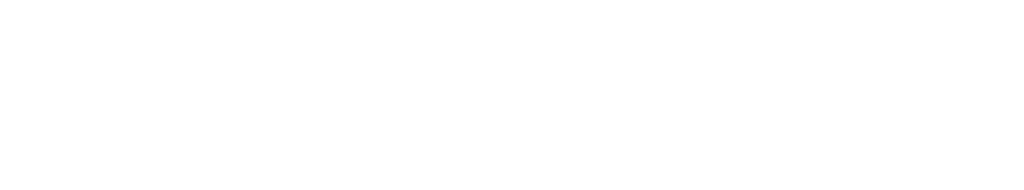
<source format=gbr>
%TF.GenerationSoftware,KiCad,Pcbnew,(5.99.0-11145-g173c9a974c)*%
%TF.CreationDate,2021-07-27T16:23:05-07:00*%
%TF.ProjectId,minibaen r2-plate,6d696e69-6261-4656-9e20-72322d706c61,rev?*%
%TF.SameCoordinates,Original*%
%TF.FileFunction,Legend,Top*%
%TF.FilePolarity,Positive*%
%FSLAX46Y46*%
G04 Gerber Fmt 4.6, Leading zero omitted, Abs format (unit mm)*
G04 Created by KiCad (PCBNEW (5.99.0-11145-g173c9a974c)) date 2021-07-27 16:23:05*
%MOMM*%
%LPD*%
G01*
G04 APERTURE LIST*
%ADD10C,0.150000*%
%ADD11C,5.000000*%
G04 APERTURE END LIST*
D10*
%TO.C,H1*%
X58559095Y-48577380D02*
X58559095Y-47577380D01*
X58559095Y-48053571D02*
X59130523Y-48053571D01*
X59130523Y-48577380D02*
X59130523Y-47577380D01*
X60130523Y-48577380D02*
X59559095Y-48577380D01*
X59844809Y-48577380D02*
X59844809Y-47577380D01*
X59749571Y-47720238D01*
X59654333Y-47815476D01*
X59559095Y-47863095D01*
%TO.C,H2*%
X134759095Y-48577380D02*
X134759095Y-47577380D01*
X134759095Y-48053571D02*
X135330523Y-48053571D01*
X135330523Y-48577380D02*
X135330523Y-47577380D01*
X135759095Y-47672619D02*
X135806714Y-47625000D01*
X135901952Y-47577380D01*
X136140047Y-47577380D01*
X136235285Y-47625000D01*
X136282904Y-47672619D01*
X136330523Y-47767857D01*
X136330523Y-47863095D01*
X136282904Y-48005952D01*
X135711476Y-48577380D01*
X136330523Y-48577380D01*
%TO.C,H3*%
X165409095Y-67627380D02*
X165409095Y-66627380D01*
X165409095Y-67103571D02*
X165980523Y-67103571D01*
X165980523Y-67627380D02*
X165980523Y-66627380D01*
X166361476Y-66627380D02*
X166980523Y-66627380D01*
X166647190Y-67008333D01*
X166790047Y-67008333D01*
X166885285Y-67055952D01*
X166932904Y-67103571D01*
X166980523Y-67198809D01*
X166980523Y-67436904D01*
X166932904Y-67532142D01*
X166885285Y-67579761D01*
X166790047Y-67627380D01*
X166504333Y-67627380D01*
X166409095Y-67579761D01*
X166361476Y-67532142D01*
%TD*%
%LPC*%
D11*
%TO.C,H1*%
X59321000Y-47625000D03*
%TD*%
%TO.C,H2*%
X135521000Y-47625000D03*
%TD*%
%TO.C,H3*%
X166171000Y-66675000D03*
%TD*%
M02*

</source>
